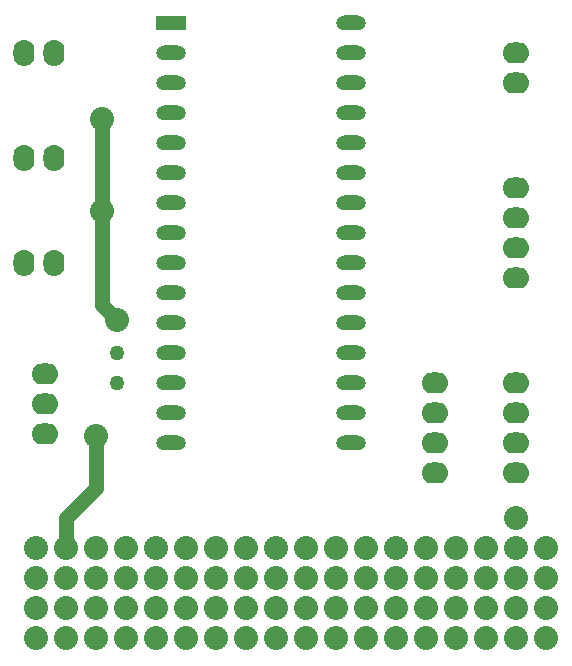
<source format=gtl>
G04*
G04 #@! TF.GenerationSoftware,Altium Limited,Altium Designer,24.5.1 (21)*
G04*
G04 Layer_Physical_Order=1*
G04 Layer_Color=255*
%FSLAX44Y44*%
%MOMM*%
G71*
G04*
G04 #@! TF.SameCoordinates,4CF24129-FD56-4E2D-9210-4E3AEFEF1F0E*
G04*
G04*
G04 #@! TF.FilePolarity,Positive*
G04*
G01*
G75*
%ADD17C,1.2700*%
%ADD18C,2.0320*%
%ADD19C,1.2700*%
%ADD20R,2.5400X1.2700*%
%ADD21O,2.5400X1.2700*%
%ADD22O,2.2860X1.7780*%
%ADD23O,1.7780X2.2860*%
D17*
X76200Y-482600D02*
Y-457200D01*
X101600Y-431800D02*
Y-387350D01*
X76200Y-457200D02*
X101600Y-431800D01*
X106680Y-196850D02*
Y-119380D01*
Y-276860D02*
Y-196850D01*
Y-276860D02*
X119380Y-289560D01*
D18*
X457200Y-457200D02*
D03*
X101600Y-387350D02*
D03*
Y-558800D02*
D03*
X127000D02*
D03*
X152400D02*
D03*
X177800D02*
D03*
X203200D02*
D03*
X228600D02*
D03*
X254000D02*
D03*
X279400D02*
D03*
X304800D02*
D03*
X330200D02*
D03*
X355600D02*
D03*
X381000D02*
D03*
X406400D02*
D03*
X431800D02*
D03*
X101600Y-533400D02*
D03*
X127000D02*
D03*
X152400D02*
D03*
X177800D02*
D03*
X203200D02*
D03*
X228600D02*
D03*
X254000D02*
D03*
X279400D02*
D03*
X304800D02*
D03*
X330200D02*
D03*
X355600D02*
D03*
X381000D02*
D03*
X406400D02*
D03*
X431800D02*
D03*
X101600Y-508000D02*
D03*
X127000D02*
D03*
X152400D02*
D03*
X177800D02*
D03*
X203200D02*
D03*
X228600D02*
D03*
X254000D02*
D03*
X279400D02*
D03*
X304800D02*
D03*
X330200D02*
D03*
X355600D02*
D03*
X381000D02*
D03*
X406400D02*
D03*
X431800D02*
D03*
Y-482600D02*
D03*
X406400D02*
D03*
X381000D02*
D03*
X355600D02*
D03*
X330200D02*
D03*
X304800D02*
D03*
X279400D02*
D03*
X254000D02*
D03*
X228600D02*
D03*
X203200D02*
D03*
X177800D02*
D03*
X152400D02*
D03*
X127000D02*
D03*
X101600D02*
D03*
X457200D02*
D03*
Y-508000D02*
D03*
Y-533400D02*
D03*
Y-558800D02*
D03*
X482600Y-482600D02*
D03*
Y-508000D02*
D03*
Y-533400D02*
D03*
Y-558800D02*
D03*
X76200D02*
D03*
Y-533400D02*
D03*
Y-508000D02*
D03*
Y-482600D02*
D03*
X50800Y-558800D02*
D03*
Y-533400D02*
D03*
Y-508000D02*
D03*
Y-482600D02*
D03*
X119380Y-289560D02*
D03*
X106680Y-196850D02*
D03*
Y-119380D02*
D03*
D19*
X119380Y-317500D02*
D03*
Y-342900D02*
D03*
D20*
X165100Y-38100D02*
D03*
D21*
Y-63500D02*
D03*
Y-88900D02*
D03*
Y-114300D02*
D03*
Y-139700D02*
D03*
Y-165100D02*
D03*
Y-190500D02*
D03*
Y-215900D02*
D03*
Y-241300D02*
D03*
Y-266700D02*
D03*
Y-292100D02*
D03*
Y-317500D02*
D03*
Y-342900D02*
D03*
Y-368300D02*
D03*
Y-393700D02*
D03*
X317500Y-38100D02*
D03*
Y-63500D02*
D03*
Y-88900D02*
D03*
Y-114300D02*
D03*
Y-139700D02*
D03*
Y-165100D02*
D03*
Y-190500D02*
D03*
Y-215900D02*
D03*
Y-241300D02*
D03*
Y-266700D02*
D03*
Y-292100D02*
D03*
Y-317500D02*
D03*
Y-342900D02*
D03*
Y-368300D02*
D03*
Y-393700D02*
D03*
D22*
X457200Y-63500D02*
D03*
Y-88900D02*
D03*
Y-419100D02*
D03*
Y-393700D02*
D03*
Y-368300D02*
D03*
Y-342900D02*
D03*
X58420Y-386080D02*
D03*
Y-360680D02*
D03*
Y-335280D02*
D03*
X457200Y-254000D02*
D03*
Y-228600D02*
D03*
Y-203200D02*
D03*
Y-177800D02*
D03*
X388620Y-419100D02*
D03*
Y-393700D02*
D03*
Y-368300D02*
D03*
Y-342900D02*
D03*
D23*
X40640Y-63500D02*
D03*
X66040D02*
D03*
X40640Y-241300D02*
D03*
X66040D02*
D03*
X40640Y-152400D02*
D03*
X66040D02*
D03*
M02*

</source>
